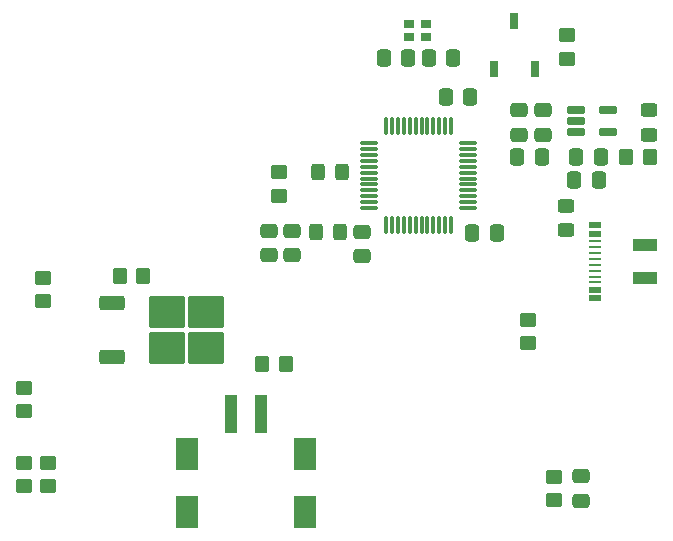
<source format=gbr>
%TF.GenerationSoftware,KiCad,Pcbnew,8.0.3*%
%TF.CreationDate,2024-07-18T14:45:25+02:00*%
%TF.ProjectId,usb-pd-mch-hotplate,7573622d-7064-42d6-9d63-682d686f7470,rev?*%
%TF.SameCoordinates,Original*%
%TF.FileFunction,Paste,Top*%
%TF.FilePolarity,Positive*%
%FSLAX46Y46*%
G04 Gerber Fmt 4.6, Leading zero omitted, Abs format (unit mm)*
G04 Created by KiCad (PCBNEW 8.0.3) date 2024-07-18 14:45:25*
%MOMM*%
%LPD*%
G01*
G04 APERTURE LIST*
G04 Aperture macros list*
%AMRoundRect*
0 Rectangle with rounded corners*
0 $1 Rounding radius*
0 $2 $3 $4 $5 $6 $7 $8 $9 X,Y pos of 4 corners*
0 Add a 4 corners polygon primitive as box body*
4,1,4,$2,$3,$4,$5,$6,$7,$8,$9,$2,$3,0*
0 Add four circle primitives for the rounded corners*
1,1,$1+$1,$2,$3*
1,1,$1+$1,$4,$5*
1,1,$1+$1,$6,$7*
1,1,$1+$1,$8,$9*
0 Add four rect primitives between the rounded corners*
20,1,$1+$1,$2,$3,$4,$5,0*
20,1,$1+$1,$4,$5,$6,$7,0*
20,1,$1+$1,$6,$7,$8,$9,0*
20,1,$1+$1,$8,$9,$2,$3,0*%
G04 Aperture macros list end*
%ADD10RoundRect,0.250000X-0.475000X0.337500X-0.475000X-0.337500X0.475000X-0.337500X0.475000X0.337500X0*%
%ADD11RoundRect,0.250000X-0.337500X-0.475000X0.337500X-0.475000X0.337500X0.475000X-0.337500X0.475000X0*%
%ADD12RoundRect,0.250000X0.450000X-0.350000X0.450000X0.350000X-0.450000X0.350000X-0.450000X-0.350000X0*%
%ADD13RoundRect,0.250000X0.475000X-0.337500X0.475000X0.337500X-0.475000X0.337500X-0.475000X-0.337500X0*%
%ADD14RoundRect,0.250000X0.325000X0.450000X-0.325000X0.450000X-0.325000X-0.450000X0.325000X-0.450000X0*%
%ADD15RoundRect,0.250000X0.450000X-0.325000X0.450000X0.325000X-0.450000X0.325000X-0.450000X-0.325000X0*%
%ADD16RoundRect,0.250000X-0.450000X0.350000X-0.450000X-0.350000X0.450000X-0.350000X0.450000X0.350000X0*%
%ADD17RoundRect,0.162500X-0.617500X-0.162500X0.617500X-0.162500X0.617500X0.162500X-0.617500X0.162500X0*%
%ADD18RoundRect,0.250000X-0.325000X-0.450000X0.325000X-0.450000X0.325000X0.450000X-0.325000X0.450000X0*%
%ADD19R,0.900000X0.800000*%
%ADD20R,0.800000X1.400000*%
%ADD21RoundRect,0.250000X0.350000X0.450000X-0.350000X0.450000X-0.350000X-0.450000X0.350000X-0.450000X0*%
%ADD22R,2.000000X1.000000*%
%ADD23R,1.000000X0.520000*%
%ADD24R,1.000000X0.270000*%
%ADD25RoundRect,0.250000X0.337500X0.475000X-0.337500X0.475000X-0.337500X-0.475000X0.337500X-0.475000X0*%
%ADD26R,1.020000X3.200000*%
%ADD27R,1.950000X2.700000*%
%ADD28RoundRect,0.250000X-0.850000X-0.350000X0.850000X-0.350000X0.850000X0.350000X-0.850000X0.350000X0*%
%ADD29RoundRect,0.250000X-1.275000X-1.125000X1.275000X-1.125000X1.275000X1.125000X-1.275000X1.125000X0*%
%ADD30RoundRect,0.075000X-0.075000X0.662500X-0.075000X-0.662500X0.075000X-0.662500X0.075000X0.662500X0*%
%ADD31RoundRect,0.075000X-0.662500X0.075000X-0.662500X-0.075000X0.662500X-0.075000X0.662500X0.075000X0*%
G04 APERTURE END LIST*
D10*
%TO.C,C5*%
X146700000Y-79562500D03*
X146700000Y-81637500D03*
%TD*%
D11*
%TO.C,C4*%
X156062500Y-79700000D03*
X158137500Y-79700000D03*
%TD*%
D12*
%TO.C,R10*%
X119700000Y-85450000D03*
X119700000Y-83450000D03*
%TD*%
D13*
%TO.C,C1*%
X160000000Y-71337500D03*
X160000000Y-69262500D03*
%TD*%
%TO.C,C12*%
X162000000Y-71337500D03*
X162000000Y-69262500D03*
%TD*%
D14*
%TO.C,L1*%
X144825000Y-79600000D03*
X142775000Y-79600000D03*
%TD*%
D11*
%TO.C,C2*%
X164662500Y-75200000D03*
X166737500Y-75200000D03*
%TD*%
D10*
%TO.C,C11*%
X165250000Y-100262500D03*
X165250000Y-102337500D03*
%TD*%
D11*
%TO.C,C3*%
X159862500Y-73200000D03*
X161937500Y-73200000D03*
%TD*%
D15*
%TO.C,D2*%
X171000000Y-71325000D03*
X171000000Y-69275000D03*
%TD*%
D16*
%TO.C,R4*%
X139700000Y-74500000D03*
X139700000Y-76500000D03*
%TD*%
D17*
%TO.C,U3*%
X164850000Y-69250000D03*
X164850000Y-70200000D03*
X164850000Y-71150000D03*
X167550000Y-71150000D03*
X167550000Y-69250000D03*
%TD*%
D18*
%TO.C,D1*%
X142975000Y-74500000D03*
X145025000Y-74500000D03*
%TD*%
D15*
%TO.C,FB1*%
X164000000Y-79425000D03*
X164000000Y-77375000D03*
%TD*%
D19*
%TO.C,Y1*%
X152100000Y-62000000D03*
X150700000Y-62000000D03*
X150700000Y-63100000D03*
X152100000Y-63100000D03*
%TD*%
D20*
%TO.C,SW1*%
X157850000Y-65750000D03*
X159600000Y-61750000D03*
X161350000Y-65750000D03*
%TD*%
D16*
%TO.C,R7*%
X164100000Y-62900000D03*
X164100000Y-64900000D03*
%TD*%
%TO.C,R11*%
X118120000Y-92760000D03*
X118120000Y-94760000D03*
%TD*%
D10*
%TO.C,C10*%
X138800000Y-79462500D03*
X138800000Y-81537500D03*
%TD*%
D11*
%TO.C,C13*%
X164862500Y-73200000D03*
X166937500Y-73200000D03*
%TD*%
D12*
%TO.C,R9*%
X163000000Y-102300000D03*
X163000000Y-100300000D03*
%TD*%
D21*
%TO.C,R3*%
X140250000Y-90750000D03*
X138250000Y-90750000D03*
%TD*%
D10*
%TO.C,C9*%
X140800000Y-79462500D03*
X140800000Y-81537500D03*
%TD*%
D21*
%TO.C,R6*%
X128200000Y-83300000D03*
X126200000Y-83300000D03*
%TD*%
D22*
%TO.C,J2*%
X170650000Y-83500000D03*
X170650000Y-80700000D03*
D23*
X166450000Y-85200000D03*
X166450000Y-84450000D03*
D24*
X166450000Y-83850000D03*
X166450000Y-82350000D03*
X166450000Y-81350000D03*
X166450000Y-80350000D03*
D23*
X166450000Y-79750000D03*
X166450000Y-79000000D03*
X166450000Y-79000000D03*
X166450000Y-79750000D03*
D24*
X166450000Y-80850000D03*
X166450000Y-81850000D03*
X166450000Y-82850000D03*
X166450000Y-83350000D03*
D23*
X166450000Y-84450000D03*
X166450000Y-85200000D03*
%TD*%
D25*
%TO.C,C7*%
X154437500Y-64850000D03*
X152362500Y-64850000D03*
%TD*%
D26*
%TO.C,J1*%
X135630000Y-94950000D03*
X138170000Y-94950000D03*
D27*
X131905000Y-98400000D03*
X131905000Y-103300000D03*
X141895000Y-98400000D03*
X141895000Y-103300000D03*
%TD*%
D21*
%TO.C,R5*%
X171100000Y-73200000D03*
X169100000Y-73200000D03*
%TD*%
D25*
%TO.C,C6*%
X155887500Y-68150000D03*
X153812500Y-68150000D03*
%TD*%
D16*
%TO.C,R2*%
X118120000Y-99100000D03*
X118120000Y-101100000D03*
%TD*%
D28*
%TO.C,Q1*%
X125560000Y-85620000D03*
D29*
X130185000Y-86375000D03*
X130185000Y-89425000D03*
X133535000Y-86375000D03*
X133535000Y-89425000D03*
D28*
X125560000Y-90180000D03*
%TD*%
D30*
%TO.C,U1*%
X154250000Y-70637500D03*
X153750000Y-70637500D03*
X153250000Y-70637500D03*
X152750000Y-70637500D03*
X152250000Y-70637500D03*
X151750000Y-70637500D03*
X151250000Y-70637500D03*
X150750000Y-70637500D03*
X150250000Y-70637500D03*
X149750000Y-70637500D03*
X149250000Y-70637500D03*
X148750000Y-70637500D03*
D31*
X147337500Y-72050000D03*
X147337500Y-72550000D03*
X147337500Y-73050000D03*
X147337500Y-73550000D03*
X147337500Y-74050000D03*
X147337500Y-74550000D03*
X147337500Y-75050000D03*
X147337500Y-75550000D03*
X147337500Y-76050000D03*
X147337500Y-76550000D03*
X147337500Y-77050000D03*
X147337500Y-77550000D03*
D30*
X148750000Y-78962500D03*
X149250000Y-78962500D03*
X149750000Y-78962500D03*
X150250000Y-78962500D03*
X150750000Y-78962500D03*
X151250000Y-78962500D03*
X151750000Y-78962500D03*
X152250000Y-78962500D03*
X152750000Y-78962500D03*
X153250000Y-78962500D03*
X153750000Y-78962500D03*
X154250000Y-78962500D03*
D31*
X155662500Y-77550000D03*
X155662500Y-77050000D03*
X155662500Y-76550000D03*
X155662500Y-76050000D03*
X155662500Y-75550000D03*
X155662500Y-75050000D03*
X155662500Y-74550000D03*
X155662500Y-74050000D03*
X155662500Y-73550000D03*
X155662500Y-73050000D03*
X155662500Y-72550000D03*
X155662500Y-72050000D03*
%TD*%
D16*
%TO.C,R1*%
X120120000Y-99100000D03*
X120120000Y-101100000D03*
%TD*%
D25*
%TO.C,C8*%
X150637500Y-64850000D03*
X148562500Y-64850000D03*
%TD*%
D12*
%TO.C,R8*%
X160750000Y-89000000D03*
X160750000Y-87000000D03*
%TD*%
M02*

</source>
